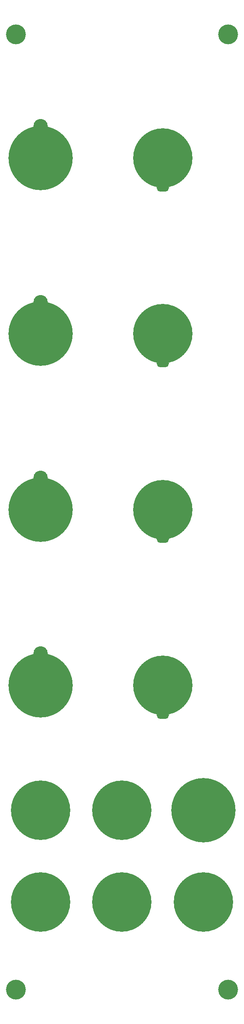
<source format=gts>
%TF.GenerationSoftware,KiCad,Pcbnew,8.0.5*%
%TF.CreationDate,2024-12-03T21:15:31+01:00*%
%TF.ProjectId,DMH_Mixer_PANEL,444d485f-4d69-4786-9572-5f50414e454c,rev?*%
%TF.SameCoordinates,Original*%
%TF.FileFunction,Soldermask,Top*%
%TF.FilePolarity,Negative*%
%FSLAX46Y46*%
G04 Gerber Fmt 4.6, Leading zero omitted, Abs format (unit mm)*
G04 Created by KiCad (PCBNEW 8.0.5) date 2024-12-03 21:15:31*
%MOMM*%
%LPD*%
G01*
G04 APERTURE LIST*
%ADD10C,12.000000*%
%ADD11O,2.500000X1.500000*%
%ADD12C,4.000000*%
%ADD13C,2.900000*%
%ADD14C,13.000000*%
%ADD15C,0.500000*%
%ADD16C,2.600000*%
G04 APERTURE END LIST*
D10*
%TO.C,H13*%
X83250000Y-129500000D03*
D11*
X83250000Y-135500000D03*
%TD*%
D10*
%TO.C,H12*%
X83250000Y-94000000D03*
D11*
X83250000Y-100000000D03*
%TD*%
D10*
%TO.C,H16*%
X83250000Y-165000000D03*
D11*
X83250000Y-171000000D03*
%TD*%
D10*
%TO.C,H11*%
X83250000Y-58500000D03*
D11*
X83250000Y-64500000D03*
%TD*%
D12*
%TO.C,H3*%
X53500000Y-226500000D03*
%TD*%
D13*
%TO.C,H18*%
X58500000Y-123100000D03*
D14*
X58500000Y-129500000D03*
%TD*%
D15*
%TO.C,H8*%
X85800000Y-208750000D03*
X87460000Y-204720000D03*
X87470000Y-212790000D03*
X91500000Y-203050000D03*
D10*
X91500000Y-208750000D03*
D15*
X91500000Y-214450000D03*
X95530000Y-212790000D03*
X95540000Y-204720000D03*
X97200000Y-208750000D03*
%TD*%
%TO.C,H5*%
X52800000Y-190250000D03*
X54460000Y-186220000D03*
X54470000Y-194290000D03*
X58500000Y-184550000D03*
D10*
X58500000Y-190250000D03*
D15*
X58500000Y-195950000D03*
X62530000Y-194290000D03*
X62540000Y-186220000D03*
X64200000Y-190250000D03*
%TD*%
D13*
%TO.C,H14*%
X58500000Y-52100000D03*
D14*
X58500000Y-58500000D03*
%TD*%
D13*
%TO.C,H19*%
X58500000Y-158600000D03*
D14*
X58500000Y-165000000D03*
%TD*%
D15*
%TO.C,H6*%
X69300000Y-190250000D03*
X70960000Y-186220000D03*
X70970000Y-194290000D03*
X75000000Y-184550000D03*
D10*
X75000000Y-190250000D03*
D15*
X75000000Y-195950000D03*
X79030000Y-194290000D03*
X79040000Y-186220000D03*
X80700000Y-190250000D03*
%TD*%
%TO.C,H7*%
X52800000Y-208750000D03*
X54460000Y-204720000D03*
X54470000Y-212790000D03*
X58500000Y-203050000D03*
D10*
X58500000Y-208750000D03*
D15*
X58500000Y-214450000D03*
X62530000Y-212790000D03*
X62540000Y-204720000D03*
X64200000Y-208750000D03*
%TD*%
%TO.C,H15*%
X69300000Y-208750000D03*
X70960000Y-204720000D03*
X70970000Y-212790000D03*
X75000000Y-203050000D03*
D10*
X75000000Y-208750000D03*
D15*
X75000000Y-214450000D03*
X79030000Y-212790000D03*
X79040000Y-204720000D03*
X80700000Y-208750000D03*
%TD*%
D12*
%TO.C,H2*%
X96500000Y-33500000D03*
%TD*%
%TO.C,H4*%
X96500000Y-226500000D03*
%TD*%
%TO.C,H1*%
X53500000Y-33500000D03*
%TD*%
D16*
%TO.C,H9*%
X91500000Y-185050000D03*
D14*
X91500000Y-190250000D03*
%TD*%
D13*
%TO.C,H17*%
X58500000Y-87600000D03*
D14*
X58500000Y-94000000D03*
%TD*%
M02*

</source>
